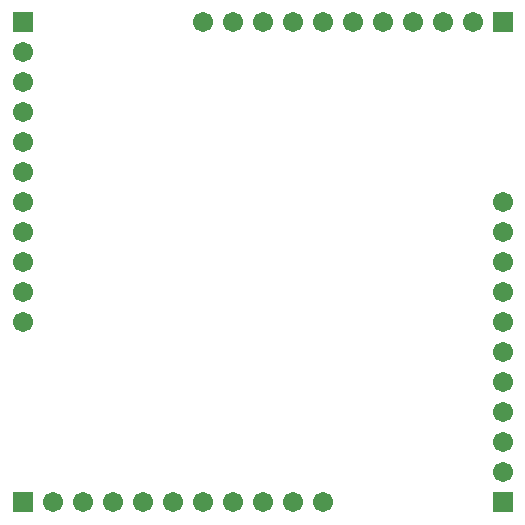
<source format=gbs>
%FSLAX25Y25*%
%MOIN*%
G70*
G01*
G75*
G04 Layer_Color=16711935*
%ADD10O,0.05512X0.01969*%
%ADD11C,0.00800*%
%ADD12C,0.05906*%
%ADD13R,0.05906X0.05906*%
%ADD14R,0.05906X0.05906*%
%ADD15C,0.00984*%
%ADD16C,0.02362*%
%ADD17C,0.00787*%
%ADD18C,0.01000*%
%ADD19O,0.06312X0.02769*%
%ADD20C,0.06706*%
%ADD21R,0.06706X0.06706*%
%ADD22R,0.06706X0.06706*%
D20*
X80000Y180000D02*
D03*
X90000D02*
D03*
X100000D02*
D03*
X110000D02*
D03*
X120000D02*
D03*
X130000D02*
D03*
X140000D02*
D03*
X150000D02*
D03*
X160000D02*
D03*
X170000D02*
D03*
X120000Y20000D02*
D03*
X110000D02*
D03*
X100000D02*
D03*
X90000D02*
D03*
X80000D02*
D03*
X70000D02*
D03*
X60000D02*
D03*
X50000D02*
D03*
X40000D02*
D03*
X30000D02*
D03*
X20000Y80000D02*
D03*
Y90000D02*
D03*
Y100000D02*
D03*
Y110000D02*
D03*
Y120000D02*
D03*
Y130000D02*
D03*
Y140000D02*
D03*
Y150000D02*
D03*
Y160000D02*
D03*
Y170000D02*
D03*
X180000Y120000D02*
D03*
Y110000D02*
D03*
Y100000D02*
D03*
Y90000D02*
D03*
Y80000D02*
D03*
Y70000D02*
D03*
Y60000D02*
D03*
Y50000D02*
D03*
Y40000D02*
D03*
Y30000D02*
D03*
D21*
Y180000D02*
D03*
X20000Y20000D02*
D03*
D22*
Y180000D02*
D03*
X180000Y20000D02*
D03*
M02*

</source>
